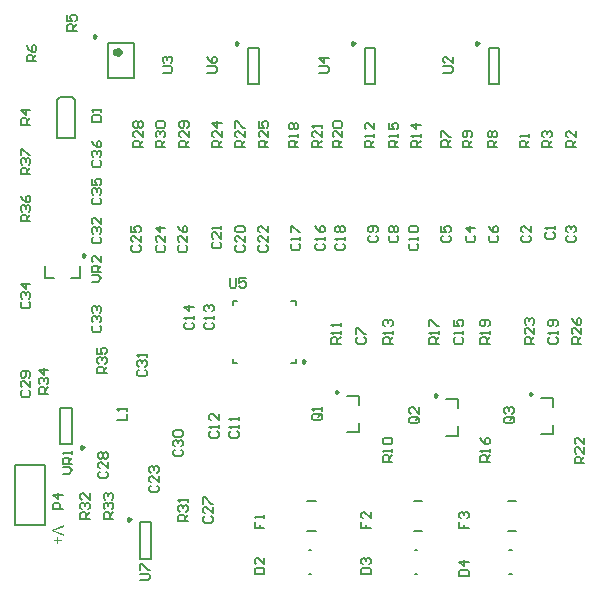
<source format=gto>
G04 Layer_Color=65535*
%FSLAX25Y25*%
%MOIN*%
G70*
G01*
G75*
%ADD34C,0.00600*%
%ADD46C,0.00984*%
%ADD47C,0.01575*%
%ADD48C,0.00394*%
%ADD49C,0.00500*%
%ADD50C,0.00787*%
G36*
X-181230Y15329D02*
X-180186D01*
Y14885D01*
X-181230D01*
Y13842D01*
X-181668D01*
Y14885D01*
X-182723D01*
Y15329D01*
X-181668D01*
Y16373D01*
X-181230D01*
Y15329D01*
D02*
G37*
G36*
X-179504Y19675D02*
X-182296Y18676D01*
X-182301D01*
X-182312Y18670D01*
X-182329Y18665D01*
X-182351Y18654D01*
X-182384Y18648D01*
X-182418Y18637D01*
X-182501Y18609D01*
X-182595Y18576D01*
X-182701Y18543D01*
X-182923Y18476D01*
X-182917D01*
X-182906Y18471D01*
X-182889Y18465D01*
X-182867Y18460D01*
X-182806Y18443D01*
X-182723Y18415D01*
X-182629Y18387D01*
X-182523Y18354D01*
X-182412Y18315D01*
X-182296Y18271D01*
X-179504Y17227D01*
Y16711D01*
X-183344Y18210D01*
Y18743D01*
X-179504Y20230D01*
Y19675D01*
D02*
G37*
D34*
X-146506Y171063D02*
X-143840D01*
X-143307Y171596D01*
Y172662D01*
X-143840Y173196D01*
X-146506D01*
X-145973Y174262D02*
X-146506Y174795D01*
Y175861D01*
X-145973Y176395D01*
X-145440D01*
X-144907Y175861D01*
Y175328D01*
Y175861D01*
X-144373Y176395D01*
X-143840D01*
X-143307Y175861D01*
Y174795D01*
X-143840Y174262D01*
X-18414Y117834D02*
X-18947Y117301D01*
Y116235D01*
X-18414Y115701D01*
X-16281D01*
X-15748Y116235D01*
Y117301D01*
X-16281Y117834D01*
X-15748Y118901D02*
Y119967D01*
Y119434D01*
X-18947D01*
X-18414Y118901D01*
X-26485Y116768D02*
X-27018Y116235D01*
Y115168D01*
X-26485Y114635D01*
X-24352D01*
X-23819Y115168D01*
Y116235D01*
X-24352Y116768D01*
X-23819Y119967D02*
Y117834D01*
X-25951Y119967D01*
X-26485D01*
X-27018Y119434D01*
Y118367D01*
X-26485Y117834D01*
X-11462Y116768D02*
X-11995Y116235D01*
Y115168D01*
X-11462Y114635D01*
X-9329D01*
X-8796Y115168D01*
Y116235D01*
X-9329Y116768D01*
X-11462Y117834D02*
X-11995Y118367D01*
Y119434D01*
X-11462Y119967D01*
X-10929D01*
X-10396Y119434D01*
Y118901D01*
Y119434D01*
X-9863Y119967D01*
X-9329D01*
X-8796Y119434D01*
Y118367D01*
X-9329Y117834D01*
X-44989Y116768D02*
X-45522Y116235D01*
Y115168D01*
X-44989Y114635D01*
X-42856D01*
X-42323Y115168D01*
Y116235D01*
X-42856Y116768D01*
X-42323Y119434D02*
X-45522D01*
X-43922Y117834D01*
Y119967D01*
X-53092Y116768D02*
X-53625Y116235D01*
Y115168D01*
X-53092Y114635D01*
X-50959D01*
X-50426Y115168D01*
Y116235D01*
X-50959Y116768D01*
X-53625Y119967D02*
Y117834D01*
X-52026D01*
X-52559Y118901D01*
Y119434D01*
X-52026Y119967D01*
X-50959D01*
X-50426Y119434D01*
Y118367D01*
X-50959Y117834D01*
X-37312Y116768D02*
X-37845Y116235D01*
Y115168D01*
X-37312Y114635D01*
X-35179D01*
X-34646Y115168D01*
Y116235D01*
X-35179Y116768D01*
X-37845Y119967D02*
X-37312Y118901D01*
X-36245Y117834D01*
X-35179D01*
X-34646Y118367D01*
Y119434D01*
X-35179Y119967D01*
X-35712D01*
X-36245Y119434D01*
Y117834D01*
X-70579Y116768D02*
X-71112Y116235D01*
Y115168D01*
X-70579Y114635D01*
X-68447D01*
X-67913Y115168D01*
Y116235D01*
X-68447Y116768D01*
X-70579Y117834D02*
X-71112Y118367D01*
Y119434D01*
X-70579Y119967D01*
X-70046D01*
X-69513Y119434D01*
X-68980Y119967D01*
X-68447D01*
X-67913Y119434D01*
Y118367D01*
X-68447Y117834D01*
X-68980D01*
X-69513Y118367D01*
X-70046Y117834D01*
X-70579D01*
X-69513Y118367D02*
Y119434D01*
X-77469Y116768D02*
X-78002Y116235D01*
Y115168D01*
X-77469Y114635D01*
X-75336D01*
X-74803Y115168D01*
Y116235D01*
X-75336Y116768D01*
Y117834D02*
X-74803Y118367D01*
Y119434D01*
X-75336Y119967D01*
X-77469D01*
X-78002Y119434D01*
Y118367D01*
X-77469Y117834D01*
X-76936D01*
X-76403Y118367D01*
Y119967D01*
X-63886Y114102D02*
X-64419Y113569D01*
Y112503D01*
X-63886Y111969D01*
X-61754D01*
X-61221Y112503D01*
Y113569D01*
X-61754Y114102D01*
X-61221Y115168D02*
Y116235D01*
Y115701D01*
X-64419D01*
X-63886Y115168D01*
Y117834D02*
X-64419Y118367D01*
Y119434D01*
X-63886Y119967D01*
X-61754D01*
X-61221Y119434D01*
Y118367D01*
X-61754Y117834D01*
X-63886D01*
X-123806Y51454D02*
X-124339Y50921D01*
Y49855D01*
X-123806Y49321D01*
X-121673D01*
X-121140Y49855D01*
Y50921D01*
X-121673Y51454D01*
X-121140Y52520D02*
Y53587D01*
Y53054D01*
X-124339D01*
X-123806Y52520D01*
X-121140Y55186D02*
Y56252D01*
Y55719D01*
X-124339D01*
X-123806Y55186D01*
X-132193Y87763D02*
X-132727Y87229D01*
Y86163D01*
X-132193Y85630D01*
X-130061D01*
X-129528Y86163D01*
Y87229D01*
X-130061Y87763D01*
X-129528Y88829D02*
Y89895D01*
Y89362D01*
X-132727D01*
X-132193Y88829D01*
Y91495D02*
X-132727Y92028D01*
Y93094D01*
X-132193Y93627D01*
X-131660D01*
X-131127Y93094D01*
Y92561D01*
Y93094D01*
X-130594Y93627D01*
X-130061D01*
X-129528Y93094D01*
Y92028D01*
X-130061Y91495D01*
X-138689Y87763D02*
X-139223Y87229D01*
Y86163D01*
X-138689Y85630D01*
X-136557D01*
X-136024Y86163D01*
Y87229D01*
X-136557Y87763D01*
X-136024Y88829D02*
Y89895D01*
Y89362D01*
X-139223D01*
X-138689Y88829D01*
X-136024Y93094D02*
X-139223D01*
X-137623Y91495D01*
Y93627D01*
X-95186Y114102D02*
X-95719Y113569D01*
Y112503D01*
X-95186Y111969D01*
X-93053D01*
X-92520Y112503D01*
Y113569D01*
X-93053Y114102D01*
X-92520Y115168D02*
Y116235D01*
Y115701D01*
X-95719D01*
X-95186Y115168D01*
X-95719Y119967D02*
X-95186Y118901D01*
X-94119Y117834D01*
X-93053D01*
X-92520Y118367D01*
Y119434D01*
X-93053Y119967D01*
X-93586D01*
X-94119Y119434D01*
Y117834D01*
X-103256Y114102D02*
X-103789Y113569D01*
Y112503D01*
X-103256Y111969D01*
X-101124D01*
X-100591Y112503D01*
Y113569D01*
X-101124Y114102D01*
X-100591Y115168D02*
Y116235D01*
Y115701D01*
X-103789D01*
X-103256Y115168D01*
X-103789Y117834D02*
Y119967D01*
X-103256D01*
X-101124Y117834D01*
X-100591D01*
X-88493Y114102D02*
X-89026Y113569D01*
Y112503D01*
X-88493Y111969D01*
X-86360D01*
X-85827Y112503D01*
Y113569D01*
X-86360Y114102D01*
X-85827Y115168D02*
Y116235D01*
Y115701D01*
X-89026D01*
X-88493Y115168D01*
Y117834D02*
X-89026Y118367D01*
Y119434D01*
X-88493Y119967D01*
X-87959D01*
X-87426Y119434D01*
X-86893Y119967D01*
X-86360D01*
X-85827Y119434D01*
Y118367D01*
X-86360Y117834D01*
X-86893D01*
X-87426Y118367D01*
X-87959Y117834D01*
X-88493D01*
X-87426Y118367D02*
Y119434D01*
X-121760Y113569D02*
X-122293Y113036D01*
Y111969D01*
X-121760Y111436D01*
X-119628D01*
X-119095Y111969D01*
Y113036D01*
X-119628Y113569D01*
X-119095Y116768D02*
Y114635D01*
X-121227Y116768D01*
X-121760D01*
X-122293Y116235D01*
Y115168D01*
X-121760Y114635D01*
Y117834D02*
X-122293Y118367D01*
Y119434D01*
X-121760Y119967D01*
X-119628D01*
X-119095Y119434D01*
Y118367D01*
X-119628Y117834D01*
X-121760D01*
X-129572Y114635D02*
X-130105Y114102D01*
Y113036D01*
X-129572Y112503D01*
X-127440D01*
X-126907Y113036D01*
Y114102D01*
X-127440Y114635D01*
X-126907Y117834D02*
Y115701D01*
X-129039Y117834D01*
X-129572D01*
X-130105Y117301D01*
Y116235D01*
X-129572Y115701D01*
X-126907Y118901D02*
Y119967D01*
Y119434D01*
X-130105D01*
X-129572Y118901D01*
X-114083Y113569D02*
X-114616Y113036D01*
Y111969D01*
X-114083Y111436D01*
X-111951D01*
X-111417Y111969D01*
Y113036D01*
X-111951Y113569D01*
X-111417Y116768D02*
Y114635D01*
X-113550Y116768D01*
X-114083D01*
X-114616Y116235D01*
Y115168D01*
X-114083Y114635D01*
X-111417Y119967D02*
Y117834D01*
X-113550Y119967D01*
X-114083D01*
X-114616Y119434D01*
Y118367D01*
X-114083Y117834D01*
X-150501Y33432D02*
X-151034Y32899D01*
Y31832D01*
X-150501Y31299D01*
X-148368D01*
X-147835Y31832D01*
Y32899D01*
X-148368Y33432D01*
X-147835Y36631D02*
Y34498D01*
X-149967Y36631D01*
X-150501D01*
X-151034Y36098D01*
Y35031D01*
X-150501Y34498D01*
Y37697D02*
X-151034Y38230D01*
Y39297D01*
X-150501Y39830D01*
X-149967D01*
X-149434Y39297D01*
Y38763D01*
Y39297D01*
X-148901Y39830D01*
X-148368D01*
X-147835Y39297D01*
Y38230D01*
X-148368Y37697D01*
X-148335Y113569D02*
X-148868Y113036D01*
Y111969D01*
X-148335Y111436D01*
X-146202D01*
X-145669Y111969D01*
Y113036D01*
X-146202Y113569D01*
X-145669Y116768D02*
Y114635D01*
X-147802Y116768D01*
X-148335D01*
X-148868Y116235D01*
Y115168D01*
X-148335Y114635D01*
X-145669Y119434D02*
X-148868D01*
X-147269Y117834D01*
Y119967D01*
X-156406Y113569D02*
X-156939Y113036D01*
Y111969D01*
X-156406Y111436D01*
X-154273D01*
X-153740Y111969D01*
Y113036D01*
X-154273Y113569D01*
X-153740Y116768D02*
Y114635D01*
X-155873Y116768D01*
X-156406D01*
X-156939Y116235D01*
Y115168D01*
X-156406Y114635D01*
X-156939Y119967D02*
Y117834D01*
X-155340D01*
X-155873Y118901D01*
Y119434D01*
X-155340Y119967D01*
X-154273D01*
X-153740Y119434D01*
Y118367D01*
X-154273Y117834D01*
X-140893Y113569D02*
X-141426Y113036D01*
Y111969D01*
X-140893Y111436D01*
X-138760D01*
X-138227Y111969D01*
Y113036D01*
X-138760Y113569D01*
X-138227Y116768D02*
Y114635D01*
X-140360Y116768D01*
X-140893D01*
X-141426Y116235D01*
Y115168D01*
X-140893Y114635D01*
X-141426Y119967D02*
X-140893Y118901D01*
X-139827Y117834D01*
X-138760D01*
X-138227Y118367D01*
Y119434D01*
X-138760Y119967D01*
X-139294D01*
X-139827Y119434D01*
Y117834D01*
X-132489Y23155D02*
X-133022Y22621D01*
Y21555D01*
X-132489Y21022D01*
X-130356D01*
X-129823Y21555D01*
Y22621D01*
X-130356Y23155D01*
X-129823Y26354D02*
Y24221D01*
X-131956Y26354D01*
X-132489D01*
X-133022Y25820D01*
Y24754D01*
X-132489Y24221D01*
X-133022Y27420D02*
Y29553D01*
X-132489D01*
X-130356Y27420D01*
X-129823D01*
X-167430Y38050D02*
X-167963Y37517D01*
Y36450D01*
X-167430Y35917D01*
X-165297D01*
X-164764Y36450D01*
Y37517D01*
X-165297Y38050D01*
X-164764Y41249D02*
Y39116D01*
X-166896Y41249D01*
X-167430D01*
X-167963Y40716D01*
Y39650D01*
X-167430Y39116D01*
Y42315D02*
X-167963Y42848D01*
Y43915D01*
X-167430Y44448D01*
X-166896D01*
X-166363Y43915D01*
X-165830Y44448D01*
X-165297D01*
X-164764Y43915D01*
Y42848D01*
X-165297Y42315D01*
X-165830D01*
X-166363Y42848D01*
X-166896Y42315D01*
X-167430D01*
X-166363Y42848D02*
Y43915D01*
X-142430Y45440D02*
X-142963Y44907D01*
Y43840D01*
X-142430Y43307D01*
X-140297D01*
X-139764Y43840D01*
Y44907D01*
X-140297Y45440D01*
X-142430Y46506D02*
X-142963Y47039D01*
Y48105D01*
X-142430Y48639D01*
X-141896D01*
X-141363Y48105D01*
Y47572D01*
Y48105D01*
X-140830Y48639D01*
X-140297D01*
X-139764Y48105D01*
Y47039D01*
X-140297Y46506D01*
X-142430Y49705D02*
X-142963Y50238D01*
Y51305D01*
X-142430Y51838D01*
X-140297D01*
X-139764Y51305D01*
Y50238D01*
X-140297Y49705D01*
X-142430D01*
X-154437Y72014D02*
X-154971Y71481D01*
Y70415D01*
X-154437Y69882D01*
X-152305D01*
X-151772Y70415D01*
Y71481D01*
X-152305Y72014D01*
X-154437Y73081D02*
X-154971Y73614D01*
Y74680D01*
X-154437Y75213D01*
X-153904D01*
X-153371Y74680D01*
Y74147D01*
Y74680D01*
X-152838Y75213D01*
X-152305D01*
X-151772Y74680D01*
Y73614D01*
X-152305Y73081D01*
X-151772Y76280D02*
Y77346D01*
Y76813D01*
X-154971D01*
X-154437Y76280D01*
X-169595Y116306D02*
X-170128Y115773D01*
Y114706D01*
X-169595Y114173D01*
X-167462D01*
X-166929Y114706D01*
Y115773D01*
X-167462Y116306D01*
X-169595Y117372D02*
X-170128Y117905D01*
Y118972D01*
X-169595Y119505D01*
X-169062D01*
X-168529Y118972D01*
Y118438D01*
Y118972D01*
X-167996Y119505D01*
X-167462D01*
X-166929Y118972D01*
Y117905D01*
X-167462Y117372D01*
X-166929Y122704D02*
Y120571D01*
X-169062Y122704D01*
X-169595D01*
X-170128Y122171D01*
Y121104D01*
X-169595Y120571D01*
Y86757D02*
X-170128Y86224D01*
Y85157D01*
X-169595Y84624D01*
X-167462D01*
X-166929Y85157D01*
Y86224D01*
X-167462Y86757D01*
X-169595Y87823D02*
X-170128Y88356D01*
Y89423D01*
X-169595Y89956D01*
X-169062D01*
X-168529Y89423D01*
Y88889D01*
Y89423D01*
X-167996Y89956D01*
X-167462D01*
X-166929Y89423D01*
Y88356D01*
X-167462Y87823D01*
X-169595Y91022D02*
X-170128Y91555D01*
Y92621D01*
X-169595Y93155D01*
X-169062D01*
X-168529Y92621D01*
Y92088D01*
Y92621D01*
X-167996Y93155D01*
X-167462D01*
X-166929Y92621D01*
Y91555D01*
X-167462Y91022D01*
X-193217Y94652D02*
X-193750Y94119D01*
Y93053D01*
X-193217Y92520D01*
X-191084D01*
X-190551Y93053D01*
Y94119D01*
X-191084Y94652D01*
X-193217Y95719D02*
X-193750Y96252D01*
Y97318D01*
X-193217Y97851D01*
X-192684D01*
X-192151Y97318D01*
Y96785D01*
Y97318D01*
X-191618Y97851D01*
X-191084D01*
X-190551Y97318D01*
Y96252D01*
X-191084Y95719D01*
X-190551Y100517D02*
X-193750D01*
X-192151Y98918D01*
Y101050D01*
X-169595Y129257D02*
X-170128Y128724D01*
Y127658D01*
X-169595Y127124D01*
X-167462D01*
X-166929Y127658D01*
Y128724D01*
X-167462Y129257D01*
X-169595Y130323D02*
X-170128Y130857D01*
Y131923D01*
X-169595Y132456D01*
X-169062D01*
X-168529Y131923D01*
Y131390D01*
Y131923D01*
X-167996Y132456D01*
X-167462D01*
X-166929Y131923D01*
Y130857D01*
X-167462Y130323D01*
X-170128Y135655D02*
Y133522D01*
X-168529D01*
X-169062Y134589D01*
Y135122D01*
X-168529Y135655D01*
X-167462D01*
X-166929Y135122D01*
Y134055D01*
X-167462Y133522D01*
X-169595Y141896D02*
X-170128Y141363D01*
Y140297D01*
X-169595Y139764D01*
X-167462D01*
X-166929Y140297D01*
Y141363D01*
X-167462Y141896D01*
X-169595Y142963D02*
X-170128Y143496D01*
Y144562D01*
X-169595Y145095D01*
X-169062D01*
X-168529Y144562D01*
Y144029D01*
Y144562D01*
X-167996Y145095D01*
X-167462D01*
X-166929Y144562D01*
Y143496D01*
X-167462Y142963D01*
X-170128Y148294D02*
X-169595Y147228D01*
X-168529Y146162D01*
X-167462D01*
X-166929Y146695D01*
Y147761D01*
X-167462Y148294D01*
X-167996D01*
X-168529Y147761D01*
Y146162D01*
X-170128Y154724D02*
X-166929D01*
Y156324D01*
X-167462Y156857D01*
X-169595D01*
X-170128Y156324D01*
Y154724D01*
X-166929Y157923D02*
Y158990D01*
Y158457D01*
X-170128D01*
X-169595Y157923D01*
X-115797Y3937D02*
X-112598D01*
Y5536D01*
X-113132Y6070D01*
X-115264D01*
X-115797Y5536D01*
Y3937D01*
X-112598Y9269D02*
Y7136D01*
X-114731Y9269D01*
X-115264D01*
X-115797Y8736D01*
Y7669D01*
X-115264Y7136D01*
X-80364Y3937D02*
X-77165D01*
Y5536D01*
X-77698Y6070D01*
X-79831D01*
X-80364Y5536D01*
Y3937D01*
X-79831Y7136D02*
X-80364Y7669D01*
Y8736D01*
X-79831Y9269D01*
X-79298D01*
X-78765Y8736D01*
Y8202D01*
Y8736D01*
X-78232Y9269D01*
X-77698D01*
X-77165Y8736D01*
Y7669D01*
X-77698Y7136D01*
X-47687Y3265D02*
X-44488D01*
Y4864D01*
X-45021Y5397D01*
X-47154D01*
X-47687Y4864D01*
Y3265D01*
X-44488Y8063D02*
X-47687D01*
X-46088Y6464D01*
Y8596D01*
X-115797Y21424D02*
Y19291D01*
X-114198D01*
Y20358D01*
Y19291D01*
X-112598D01*
Y22490D02*
Y23557D01*
Y23023D01*
X-115797D01*
X-115264Y22490D01*
X-80364Y21424D02*
Y19291D01*
X-78765D01*
Y20358D01*
Y19291D01*
X-77165D01*
Y24623D02*
Y22490D01*
X-79298Y24623D01*
X-79831D01*
X-80364Y24090D01*
Y23023D01*
X-79831Y22490D01*
X-47687Y21424D02*
Y19291D01*
X-46088D01*
Y20358D01*
Y19291D01*
X-44488D01*
X-47154Y22490D02*
X-47687Y23023D01*
Y24090D01*
X-47154Y24623D01*
X-46621D01*
X-46088Y24090D01*
Y23557D01*
Y24090D01*
X-45555Y24623D01*
X-45021D01*
X-44488Y24090D01*
Y23023D01*
X-45021Y22490D01*
X-161663Y55118D02*
X-158465D01*
Y57251D01*
Y58317D02*
Y59383D01*
Y58850D01*
X-161663D01*
X-161130Y58317D01*
X-179724Y25591D02*
X-182923D01*
Y27190D01*
X-182390Y27723D01*
X-181324D01*
X-180791Y27190D01*
Y25591D01*
X-179724Y30389D02*
X-182923D01*
X-181324Y28789D01*
Y30922D01*
X-94037Y57333D02*
X-96170D01*
X-96703Y56800D01*
Y55733D01*
X-96170Y55200D01*
X-94037D01*
X-93504Y55733D01*
Y56800D01*
X-94570Y56266D02*
X-93504Y57333D01*
Y56800D02*
X-94037Y57333D01*
X-93504Y58399D02*
Y59465D01*
Y58932D01*
X-96703D01*
X-96170Y58399D01*
X-61557Y56266D02*
X-63689D01*
X-64223Y55733D01*
Y54667D01*
X-63689Y54134D01*
X-61557D01*
X-61024Y54667D01*
Y55733D01*
X-62090Y55200D02*
X-61024Y56266D01*
Y55733D02*
X-61557Y56266D01*
X-61024Y59465D02*
Y57333D01*
X-63156Y59465D01*
X-63689D01*
X-64223Y58932D01*
Y57866D01*
X-63689Y57333D01*
X-30061Y56266D02*
X-32193D01*
X-32726Y55733D01*
Y54667D01*
X-32193Y54134D01*
X-30061D01*
X-29528Y54667D01*
Y55733D01*
X-30594Y55200D02*
X-29528Y56266D01*
Y55733D02*
X-30061Y56266D01*
X-32193Y57333D02*
X-32726Y57866D01*
Y58932D01*
X-32193Y59465D01*
X-31660D01*
X-31127Y58932D01*
Y58399D01*
Y58932D01*
X-30594Y59465D01*
X-30061D01*
X-29528Y58932D01*
Y57866D01*
X-30061Y57333D01*
X-24286Y146296D02*
X-27485D01*
Y147896D01*
X-26952Y148429D01*
X-25886D01*
X-25353Y147896D01*
Y146296D01*
Y147363D02*
X-24286Y148429D01*
Y149495D02*
Y150562D01*
Y150028D01*
X-27485D01*
X-26952Y149495D01*
X-8786Y146296D02*
X-11985D01*
Y147896D01*
X-11452Y148429D01*
X-10386D01*
X-9853Y147896D01*
Y146296D01*
Y147363D02*
X-8786Y148429D01*
Y151628D02*
Y149495D01*
X-10919Y151628D01*
X-11452D01*
X-11985Y151095D01*
Y150028D01*
X-11452Y149495D01*
X-16732Y146296D02*
X-19931D01*
Y147896D01*
X-19398Y148429D01*
X-18332D01*
X-17799Y147896D01*
Y146296D01*
Y147363D02*
X-16732Y148429D01*
X-19398Y149495D02*
X-19931Y150028D01*
Y151095D01*
X-19398Y151628D01*
X-18865D01*
X-18332Y151095D01*
Y150562D01*
Y151095D01*
X-17799Y151628D01*
X-17266D01*
X-16732Y151095D01*
Y150028D01*
X-17266Y149495D01*
X-190551Y153740D02*
X-193750D01*
Y155340D01*
X-193217Y155873D01*
X-192151D01*
X-191618Y155340D01*
Y153740D01*
Y154806D02*
X-190551Y155873D01*
Y158539D02*
X-193750D01*
X-192151Y156939D01*
Y159072D01*
X-175197Y185039D02*
X-178396D01*
Y186639D01*
X-177863Y187172D01*
X-176796D01*
X-176263Y186639D01*
Y185039D01*
Y186106D02*
X-175197Y187172D01*
X-178396Y190371D02*
Y188238D01*
X-176796D01*
X-177330Y189305D01*
Y189838D01*
X-176796Y190371D01*
X-175730D01*
X-175197Y189838D01*
Y188771D01*
X-175730Y188238D01*
X-188583Y174803D02*
X-191782D01*
Y176403D01*
X-191249Y176936D01*
X-190182D01*
X-189649Y176403D01*
Y174803D01*
Y175870D02*
X-188583Y176936D01*
X-191782Y180135D02*
X-191249Y179068D01*
X-190182Y178002D01*
X-189116D01*
X-188583Y178535D01*
Y179602D01*
X-189116Y180135D01*
X-189649D01*
X-190182Y179602D01*
Y178002D01*
X-50401Y146424D02*
X-53600D01*
Y148024D01*
X-53067Y148557D01*
X-52000D01*
X-51467Y148024D01*
Y146424D01*
Y147491D02*
X-50401Y148557D01*
X-53600Y149623D02*
Y151756D01*
X-53067D01*
X-50934Y149623D01*
X-50401D01*
X-34944Y146296D02*
X-38143D01*
Y147896D01*
X-37610Y148429D01*
X-36543D01*
X-36010Y147896D01*
Y146296D01*
Y147363D02*
X-34944Y148429D01*
X-37610Y149495D02*
X-38143Y150028D01*
Y151095D01*
X-37610Y151628D01*
X-37077D01*
X-36543Y151095D01*
X-36010Y151628D01*
X-35477D01*
X-34944Y151095D01*
Y150028D01*
X-35477Y149495D01*
X-36010D01*
X-36543Y150028D01*
X-37077Y149495D01*
X-37610D01*
X-36543Y150028D02*
Y151095D01*
X-43307Y146296D02*
X-46506D01*
Y147896D01*
X-45973Y148429D01*
X-44907D01*
X-44373Y147896D01*
Y146296D01*
Y147363D02*
X-43307Y148429D01*
X-43840Y149495D02*
X-43307Y150028D01*
Y151095D01*
X-43840Y151628D01*
X-45973D01*
X-46506Y151095D01*
Y150028D01*
X-45973Y149495D01*
X-45440D01*
X-44907Y150028D01*
Y151628D01*
X-69882Y41339D02*
X-73081D01*
Y42938D01*
X-72548Y43471D01*
X-71481D01*
X-70948Y42938D01*
Y41339D01*
Y42405D02*
X-69882Y43471D01*
Y44537D02*
Y45604D01*
Y45071D01*
X-73081D01*
X-72548Y44537D01*
Y47203D02*
X-73081Y47736D01*
Y48803D01*
X-72548Y49336D01*
X-70415D01*
X-69882Y48803D01*
Y47736D01*
X-70415Y47203D01*
X-72548D01*
X-87205Y80709D02*
X-90404D01*
Y82308D01*
X-89871Y82841D01*
X-88804D01*
X-88271Y82308D01*
Y80709D01*
Y81775D02*
X-87205Y82841D01*
Y83908D02*
Y84974D01*
Y84441D01*
X-90404D01*
X-89871Y83908D01*
X-87205Y86573D02*
Y87640D01*
Y87107D01*
X-90404D01*
X-89871Y86573D01*
X-76001Y146296D02*
X-79200D01*
Y147896D01*
X-78667Y148429D01*
X-77600D01*
X-77067Y147896D01*
Y146296D01*
Y147363D02*
X-76001Y148429D01*
Y149495D02*
Y150562D01*
Y150028D01*
X-79200D01*
X-78667Y149495D01*
X-76001Y154294D02*
Y152161D01*
X-78133Y154294D01*
X-78667D01*
X-79200Y153761D01*
Y152694D01*
X-78667Y152161D01*
X-69727Y80709D02*
X-72926D01*
Y82308D01*
X-72393Y82841D01*
X-71327D01*
X-70794Y82308D01*
Y80709D01*
Y81775D02*
X-69727Y82841D01*
Y83908D02*
Y84974D01*
Y84441D01*
X-72926D01*
X-72393Y83908D01*
Y86573D02*
X-72926Y87107D01*
Y88173D01*
X-72393Y88706D01*
X-71860D01*
X-71327Y88173D01*
Y87640D01*
Y88173D01*
X-70794Y88706D01*
X-70261D01*
X-69727Y88173D01*
Y87107D01*
X-70261Y86573D01*
X-60507Y146296D02*
X-63706D01*
Y147896D01*
X-63173Y148429D01*
X-62106D01*
X-61573Y147896D01*
Y146296D01*
Y147363D02*
X-60507Y148429D01*
Y149495D02*
Y150562D01*
Y150028D01*
X-63706D01*
X-63173Y149495D01*
X-60507Y153761D02*
X-63706D01*
X-62106Y152161D01*
Y154294D01*
X-67913Y146296D02*
X-71112D01*
Y147896D01*
X-70579Y148429D01*
X-69513D01*
X-68980Y147896D01*
Y146296D01*
Y147363D02*
X-67913Y148429D01*
Y149495D02*
Y150562D01*
Y150028D01*
X-71112D01*
X-70579Y149495D01*
X-71112Y154294D02*
Y152161D01*
X-69513D01*
X-70046Y153227D01*
Y153761D01*
X-69513Y154294D01*
X-68447D01*
X-67913Y153761D01*
Y152694D01*
X-68447Y152161D01*
X-37402Y41339D02*
X-40600D01*
Y42938D01*
X-40067Y43471D01*
X-39001D01*
X-38468Y42938D01*
Y41339D01*
Y42405D02*
X-37402Y43471D01*
Y44537D02*
Y45604D01*
Y45071D01*
X-40600D01*
X-40067Y44537D01*
X-40600Y49336D02*
X-40067Y48270D01*
X-39001Y47203D01*
X-37935D01*
X-37402Y47736D01*
Y48803D01*
X-37935Y49336D01*
X-38468D01*
X-39001Y48803D01*
Y47203D01*
X-54429Y80709D02*
X-57628D01*
Y82308D01*
X-57095Y82841D01*
X-56029D01*
X-55496Y82308D01*
Y80709D01*
Y81775D02*
X-54429Y82841D01*
Y83908D02*
Y84974D01*
Y84441D01*
X-57628D01*
X-57095Y83908D01*
X-57628Y86573D02*
Y88706D01*
X-57095D01*
X-54962Y86573D01*
X-54429D01*
X-101267Y146296D02*
X-104466D01*
Y147896D01*
X-103932Y148429D01*
X-102866D01*
X-102333Y147896D01*
Y146296D01*
Y147363D02*
X-101267Y148429D01*
Y149495D02*
Y150562D01*
Y150028D01*
X-104466D01*
X-103932Y149495D01*
Y152161D02*
X-104466Y152694D01*
Y153761D01*
X-103932Y154294D01*
X-103399D01*
X-102866Y153761D01*
X-102333Y154294D01*
X-101800D01*
X-101267Y153761D01*
Y152694D01*
X-101800Y152161D01*
X-102333D01*
X-102866Y152694D01*
X-103399Y152161D01*
X-103932D01*
X-102866Y152694D02*
Y153761D01*
X-37402Y80709D02*
X-40600D01*
Y82308D01*
X-40067Y82841D01*
X-39001D01*
X-38468Y82308D01*
Y80709D01*
Y81775D02*
X-37402Y82841D01*
Y83908D02*
Y84974D01*
Y84441D01*
X-40600D01*
X-40067Y83908D01*
X-37935Y86573D02*
X-37402Y87107D01*
Y88173D01*
X-37935Y88706D01*
X-40067D01*
X-40600Y88173D01*
Y87107D01*
X-40067Y86573D01*
X-39534D01*
X-39001Y87107D01*
Y88706D01*
X-86570Y146296D02*
X-89769D01*
Y147896D01*
X-89236Y148429D01*
X-88169D01*
X-87636Y147896D01*
Y146296D01*
Y147363D02*
X-86570Y148429D01*
Y151628D02*
Y149495D01*
X-88702Y151628D01*
X-89236D01*
X-89769Y151095D01*
Y150028D01*
X-89236Y149495D01*
Y152694D02*
X-89769Y153227D01*
Y154294D01*
X-89236Y154827D01*
X-87103D01*
X-86570Y154294D01*
Y153227D01*
X-87103Y152694D01*
X-89236D01*
X-93504Y146296D02*
X-96703D01*
Y147896D01*
X-96170Y148429D01*
X-95103D01*
X-94570Y147896D01*
Y146296D01*
Y147363D02*
X-93504Y148429D01*
Y151628D02*
Y149495D01*
X-95637Y151628D01*
X-96170D01*
X-96703Y151095D01*
Y150028D01*
X-96170Y149495D01*
X-93504Y152694D02*
Y153761D01*
Y153227D01*
X-96703D01*
X-96170Y152694D01*
X-5906Y40805D02*
X-9104D01*
Y42405D01*
X-8571Y42938D01*
X-7505D01*
X-6972Y42405D01*
Y40805D01*
Y41872D02*
X-5906Y42938D01*
Y46137D02*
Y44004D01*
X-8038Y46137D01*
X-8571D01*
X-9104Y45604D01*
Y44537D01*
X-8571Y44004D01*
X-5906Y49336D02*
Y47203D01*
X-8038Y49336D01*
X-8571D01*
X-9104Y48803D01*
Y47736D01*
X-8571Y47203D01*
X-22638Y80709D02*
X-25837D01*
Y82308D01*
X-25304Y82841D01*
X-24237D01*
X-23704Y82308D01*
Y80709D01*
Y81775D02*
X-22638Y82841D01*
Y86040D02*
Y83908D01*
X-24770Y86040D01*
X-25304D01*
X-25837Y85507D01*
Y84441D01*
X-25304Y83908D01*
Y87107D02*
X-25837Y87640D01*
Y88706D01*
X-25304Y89239D01*
X-24770D01*
X-24237Y88706D01*
Y88173D01*
Y88706D01*
X-23704Y89239D01*
X-23171D01*
X-22638Y88706D01*
Y87640D01*
X-23171Y87107D01*
X-126710Y146296D02*
X-129909D01*
Y147896D01*
X-129376Y148429D01*
X-128309D01*
X-127776Y147896D01*
Y146296D01*
Y147363D02*
X-126710Y148429D01*
Y151628D02*
Y149495D01*
X-128842Y151628D01*
X-129376D01*
X-129909Y151095D01*
Y150028D01*
X-129376Y149495D01*
X-126710Y154294D02*
X-129909D01*
X-128309Y152694D01*
Y154827D01*
X-111221Y146296D02*
X-114419D01*
Y147896D01*
X-113886Y148429D01*
X-112820D01*
X-112287Y147896D01*
Y146296D01*
Y147363D02*
X-111221Y148429D01*
Y151628D02*
Y149495D01*
X-113353Y151628D01*
X-113886D01*
X-114419Y151095D01*
Y150028D01*
X-113886Y149495D01*
X-114419Y154827D02*
Y152694D01*
X-112820D01*
X-113353Y153761D01*
Y154294D01*
X-112820Y154827D01*
X-111754D01*
X-111221Y154294D01*
Y153227D01*
X-111754Y152694D01*
X-6890Y80709D02*
X-10089D01*
Y82308D01*
X-9556Y82841D01*
X-8489D01*
X-7956Y82308D01*
Y80709D01*
Y81775D02*
X-6890Y82841D01*
Y86040D02*
Y83908D01*
X-9022Y86040D01*
X-9556D01*
X-10089Y85507D01*
Y84441D01*
X-9556Y83908D01*
X-10089Y89239D02*
X-9556Y88173D01*
X-8489Y87107D01*
X-7423D01*
X-6890Y87640D01*
Y88706D01*
X-7423Y89239D01*
X-7956D01*
X-8489Y88706D01*
Y87107D01*
X-119095Y146296D02*
X-122293D01*
Y147896D01*
X-121760Y148429D01*
X-120694D01*
X-120161Y147896D01*
Y146296D01*
Y147363D02*
X-119095Y148429D01*
Y151628D02*
Y149495D01*
X-121227Y151628D01*
X-121760D01*
X-122293Y151095D01*
Y150028D01*
X-121760Y149495D01*
X-122293Y152694D02*
Y154827D01*
X-121760D01*
X-119628Y152694D01*
X-119095D01*
X-153028Y146296D02*
X-156227D01*
Y147896D01*
X-155693Y148429D01*
X-154627D01*
X-154094Y147896D01*
Y146296D01*
Y147363D02*
X-153028Y148429D01*
Y151628D02*
Y149495D01*
X-155160Y151628D01*
X-155693D01*
X-156227Y151095D01*
Y150028D01*
X-155693Y149495D01*
Y152694D02*
X-156227Y153227D01*
Y154294D01*
X-155693Y154827D01*
X-155160D01*
X-154627Y154294D01*
X-154094Y154827D01*
X-153561D01*
X-153028Y154294D01*
Y153227D01*
X-153561Y152694D01*
X-154094D01*
X-154627Y153227D01*
X-155160Y152694D01*
X-155693D01*
X-154627Y153227D02*
Y154294D01*
X-137727Y146296D02*
X-140926D01*
Y147896D01*
X-140393Y148429D01*
X-139327D01*
X-138794Y147896D01*
Y146296D01*
Y147363D02*
X-137727Y148429D01*
Y151628D02*
Y149495D01*
X-139860Y151628D01*
X-140393D01*
X-140926Y151095D01*
Y150028D01*
X-140393Y149495D01*
X-138260Y152694D02*
X-137727Y153227D01*
Y154294D01*
X-138260Y154827D01*
X-140393D01*
X-140926Y154294D01*
Y153227D01*
X-140393Y152694D01*
X-139860D01*
X-139327Y153227D01*
Y154827D01*
X-145669Y146296D02*
X-148868D01*
Y147896D01*
X-148335Y148429D01*
X-147269D01*
X-146736Y147896D01*
Y146296D01*
Y147363D02*
X-145669Y148429D01*
X-148335Y149495D02*
X-148868Y150028D01*
Y151095D01*
X-148335Y151628D01*
X-147802D01*
X-147269Y151095D01*
Y150562D01*
Y151095D01*
X-146736Y151628D01*
X-146202D01*
X-145669Y151095D01*
Y150028D01*
X-146202Y149495D01*
X-148335Y152694D02*
X-148868Y153227D01*
Y154294D01*
X-148335Y154827D01*
X-146202D01*
X-145669Y154294D01*
Y153227D01*
X-146202Y152694D01*
X-148335D01*
X-138091Y21555D02*
X-141289D01*
Y23155D01*
X-140756Y23688D01*
X-139690D01*
X-139157Y23155D01*
Y21555D01*
Y22621D02*
X-138091Y23688D01*
X-140756Y24754D02*
X-141289Y25287D01*
Y26354D01*
X-140756Y26887D01*
X-140223D01*
X-139690Y26354D01*
Y25820D01*
Y26354D01*
X-139157Y26887D01*
X-138624D01*
X-138091Y26354D01*
Y25287D01*
X-138624Y24754D01*
X-138091Y27953D02*
Y29019D01*
Y28486D01*
X-141289D01*
X-140756Y27953D01*
X-170866Y22343D02*
X-174065D01*
Y23942D01*
X-173532Y24475D01*
X-172466D01*
X-171932Y23942D01*
Y22343D01*
Y23409D02*
X-170866Y24475D01*
X-173532Y25541D02*
X-174065Y26075D01*
Y27141D01*
X-173532Y27674D01*
X-172999D01*
X-172466Y27141D01*
Y26608D01*
Y27141D01*
X-171932Y27674D01*
X-171399D01*
X-170866Y27141D01*
Y26075D01*
X-171399Y25541D01*
X-170866Y30873D02*
Y28741D01*
X-172999Y30873D01*
X-173532D01*
X-174065Y30340D01*
Y29274D01*
X-173532Y28741D01*
X-162992Y22343D02*
X-166191D01*
Y23942D01*
X-165658Y24475D01*
X-164592D01*
X-164058Y23942D01*
Y22343D01*
Y23409D02*
X-162992Y24475D01*
X-165658Y25541D02*
X-166191Y26075D01*
Y27141D01*
X-165658Y27674D01*
X-165125D01*
X-164592Y27141D01*
Y26608D01*
Y27141D01*
X-164058Y27674D01*
X-163525D01*
X-162992Y27141D01*
Y26075D01*
X-163525Y25541D01*
X-165658Y28741D02*
X-166191Y29274D01*
Y30340D01*
X-165658Y30873D01*
X-165125D01*
X-164592Y30340D01*
Y29807D01*
Y30340D01*
X-164058Y30873D01*
X-163525D01*
X-162992Y30340D01*
Y29274D01*
X-163525Y28741D01*
X-184595Y63976D02*
X-187794D01*
Y65576D01*
X-187260Y66109D01*
X-186194D01*
X-185661Y65576D01*
Y63976D01*
Y65043D02*
X-184595Y66109D01*
X-187260Y67175D02*
X-187794Y67708D01*
Y68775D01*
X-187260Y69308D01*
X-186727D01*
X-186194Y68775D01*
Y68242D01*
Y68775D01*
X-185661Y69308D01*
X-185128D01*
X-184595Y68775D01*
Y67708D01*
X-185128Y67175D01*
X-184595Y71974D02*
X-187794D01*
X-186194Y70374D01*
Y72507D01*
X-165047Y70866D02*
X-168246D01*
Y72466D01*
X-167713Y72999D01*
X-166647D01*
X-166114Y72466D01*
Y70866D01*
Y71933D02*
X-165047Y72999D01*
X-167713Y74065D02*
X-168246Y74598D01*
Y75665D01*
X-167713Y76198D01*
X-167180D01*
X-166647Y75665D01*
Y75131D01*
Y75665D01*
X-166114Y76198D01*
X-165580D01*
X-165047Y75665D01*
Y74598D01*
X-165580Y74065D01*
X-168246Y79397D02*
Y77264D01*
X-166647D01*
X-167180Y78330D01*
Y78864D01*
X-166647Y79397D01*
X-165580D01*
X-165047Y78864D01*
Y77797D01*
X-165580Y77264D01*
X-190571Y121488D02*
X-193770D01*
Y123088D01*
X-193237Y123621D01*
X-192170D01*
X-191637Y123088D01*
Y121488D01*
Y122555D02*
X-190571Y123621D01*
X-193237Y124687D02*
X-193770Y125220D01*
Y126287D01*
X-193237Y126820D01*
X-192703D01*
X-192170Y126287D01*
Y125753D01*
Y126287D01*
X-191637Y126820D01*
X-191104D01*
X-190571Y126287D01*
Y125220D01*
X-191104Y124687D01*
X-193770Y130019D02*
X-193237Y128953D01*
X-192170Y127886D01*
X-191104D01*
X-190571Y128419D01*
Y129486D01*
X-191104Y130019D01*
X-191637D01*
X-192170Y129486D01*
Y127886D01*
X-190551Y137111D02*
X-193750D01*
Y138711D01*
X-193217Y139244D01*
X-192151D01*
X-191618Y138711D01*
Y137111D01*
Y138178D02*
X-190551Y139244D01*
X-193217Y140310D02*
X-193750Y140843D01*
Y141910D01*
X-193217Y142443D01*
X-192684D01*
X-192151Y141910D01*
Y141376D01*
Y141910D01*
X-191618Y142443D01*
X-191084D01*
X-190551Y141910D01*
Y140843D01*
X-191084Y140310D01*
X-193750Y143509D02*
Y145642D01*
X-193217D01*
X-191084Y143509D01*
X-190551D01*
X-53002Y171063D02*
X-50336D01*
X-49803Y171596D01*
Y172662D01*
X-50336Y173196D01*
X-53002D01*
X-49803Y176395D02*
Y174262D01*
X-51936Y176395D01*
X-52469D01*
X-53002Y175861D01*
Y174795D01*
X-52469Y174262D01*
X-94341Y171063D02*
X-91675D01*
X-91142Y171596D01*
Y172662D01*
X-91675Y173196D01*
X-94341D01*
X-91142Y175861D02*
X-94341D01*
X-92741Y174262D01*
Y176395D01*
X-131545Y171063D02*
X-128880D01*
X-128347Y171596D01*
Y172662D01*
X-128880Y173196D01*
X-131545D01*
Y176395D02*
X-131012Y175328D01*
X-129946Y174262D01*
X-128880D01*
X-128347Y174795D01*
Y175861D01*
X-128880Y176395D01*
X-129413D01*
X-129946Y175861D01*
Y174262D01*
X-153986Y1969D02*
X-151321D01*
X-150787Y2502D01*
Y3568D01*
X-151321Y4101D01*
X-153986D01*
Y5167D02*
Y7300D01*
X-153453D01*
X-151321Y5167D01*
X-150787D01*
X-179774Y37402D02*
X-177641D01*
X-176575Y38468D01*
X-177641Y39534D01*
X-179774D01*
X-176575Y40600D02*
X-179774D01*
Y42200D01*
X-179241Y42733D01*
X-178174D01*
X-177641Y42200D01*
Y40600D01*
Y41667D02*
X-176575Y42733D01*
Y43799D02*
Y44866D01*
Y44333D01*
X-179774D01*
X-179241Y43799D01*
X-170128Y101378D02*
X-167996D01*
X-166929Y102444D01*
X-167996Y103511D01*
X-170128D01*
X-166929Y104577D02*
X-170128D01*
Y106176D01*
X-169595Y106710D01*
X-168529D01*
X-167996Y106176D01*
Y104577D01*
Y105643D02*
X-166929Y106710D01*
Y109908D02*
Y107776D01*
X-169062Y109908D01*
X-169595D01*
X-170128Y109375D01*
Y108309D01*
X-169595Y107776D01*
X-81393Y82841D02*
X-81926Y82308D01*
Y81242D01*
X-81393Y80709D01*
X-79260D01*
X-78727Y81242D01*
Y82308D01*
X-79260Y82841D01*
X-81926Y83908D02*
Y86040D01*
X-81393D01*
X-79260Y83908D01*
X-78727D01*
X-48926Y82841D02*
X-49459Y82308D01*
Y81242D01*
X-48926Y80709D01*
X-46793D01*
X-46260Y81242D01*
Y82308D01*
X-46793Y82841D01*
X-46260Y83908D02*
Y84974D01*
Y84441D01*
X-49459D01*
X-48926Y83908D01*
X-49459Y88706D02*
Y86573D01*
X-47859D01*
X-48393Y87640D01*
Y88173D01*
X-47859Y88706D01*
X-46793D01*
X-46260Y88173D01*
Y87107D01*
X-46793Y86573D01*
X-17430Y82841D02*
X-17963Y82308D01*
Y81242D01*
X-17430Y80709D01*
X-15297D01*
X-14764Y81242D01*
Y82308D01*
X-15297Y82841D01*
X-14764Y83908D02*
Y84974D01*
Y84441D01*
X-17963D01*
X-17430Y83908D01*
X-15297Y86573D02*
X-14764Y87107D01*
Y88173D01*
X-15297Y88706D01*
X-17430D01*
X-17963Y88173D01*
Y87107D01*
X-17430Y86573D01*
X-16896D01*
X-16363Y87107D01*
Y88706D01*
X-124101Y102523D02*
Y99858D01*
X-123568Y99324D01*
X-122501D01*
X-121968Y99858D01*
Y102523D01*
X-118769D02*
X-120902D01*
Y100924D01*
X-119835Y101457D01*
X-119302D01*
X-118769Y100924D01*
Y99858D01*
X-119302Y99324D01*
X-120369D01*
X-120902Y99858D01*
X-193217Y65109D02*
X-193750Y64576D01*
Y63510D01*
X-193217Y62976D01*
X-191084D01*
X-190551Y63510D01*
Y64576D01*
X-191084Y65109D01*
X-190551Y68308D02*
Y66175D01*
X-192684Y68308D01*
X-193217D01*
X-193750Y67775D01*
Y66708D01*
X-193217Y66175D01*
X-191084Y69374D02*
X-190551Y69907D01*
Y70974D01*
X-191084Y71507D01*
X-193217D01*
X-193750Y70974D01*
Y69907D01*
X-193217Y69374D01*
X-192684D01*
X-192151Y69907D01*
Y71507D01*
X-130347Y51454D02*
X-130880Y50921D01*
Y49855D01*
X-130347Y49321D01*
X-128214D01*
X-127681Y49855D01*
Y50921D01*
X-128214Y51454D01*
X-127681Y52520D02*
Y53587D01*
Y53054D01*
X-130880D01*
X-130347Y52520D01*
X-127681Y57319D02*
Y55186D01*
X-129814Y57319D01*
X-130347D01*
X-130880Y56786D01*
Y55719D01*
X-130347Y55186D01*
D46*
X-172823Y46161D02*
X-173561Y46588D01*
Y45735D01*
X-172823Y46161D01*
X-168602Y183169D02*
X-169341Y183596D01*
Y182743D01*
X-168602Y183169D01*
X-88090Y64567D02*
X-88829Y64993D01*
Y64141D01*
X-88090Y64567D01*
X-54960Y63446D02*
X-55698Y63873D01*
Y63020D01*
X-54960Y63446D01*
X-23428Y63946D02*
X-24166Y64373D01*
Y63520D01*
X-23428Y63946D01*
X-41142Y180807D02*
X-41880Y181233D01*
Y180381D01*
X-41142Y180807D01*
X-82480D02*
X-83218Y181233D01*
Y180381D01*
X-82480Y180807D01*
X-121260D02*
X-121998Y181233D01*
Y180381D01*
X-121260Y180807D01*
X-172264Y110193D02*
X-173002Y110619D01*
Y109767D01*
X-172264Y110193D01*
X-157150Y22193D02*
X-157888Y22619D01*
Y21767D01*
X-157150Y22193D01*
X-99114Y74803D02*
X-99852Y75229D01*
Y74377D01*
X-99114Y74803D01*
D47*
X-160827Y177953D02*
X-161371Y178702D01*
X-162251Y178416D01*
Y177490D01*
X-161371Y177204D01*
X-160827Y177953D01*
D48*
X-85433Y2165D02*
D03*
X-50000D02*
D03*
X-18504D02*
D03*
D49*
X-181721Y149209D02*
Y150009D01*
X-175722Y149209D02*
Y150009D01*
X-181721Y161809D02*
X-180622Y162909D01*
X-181721Y161009D02*
Y161809D01*
X-179822Y162909D02*
X-176621D01*
X-175722Y162009D01*
Y161009D02*
Y162009D01*
X-180622Y162909D02*
X-176621D01*
X-175722Y150009D02*
Y161009D01*
X-181721Y150009D02*
Y161009D01*
Y149209D02*
X-175722D01*
D50*
X-185551Y20433D02*
Y40433D01*
X-195551D02*
X-185551D01*
X-195551Y20433D02*
Y40433D01*
Y20433D02*
X-185551D01*
X-180697Y47146D02*
X-176760D01*
X-180697Y59350D02*
X-176760D01*
Y47146D02*
Y59350D01*
X-180697Y47146D02*
Y59350D01*
X-164764Y169291D02*
Y181102D01*
X-156102Y169291D02*
Y181102D01*
X-164764D02*
X-156102D01*
X-164764Y169291D02*
X-156102D01*
X-98228Y28346D02*
X-95473D01*
X-98228Y18110D02*
X-95473D01*
X-62795Y28346D02*
X-60039D01*
X-62795Y18110D02*
X-60039D01*
X-31299Y28346D02*
X-28543D01*
X-31299Y18110D02*
X-28543D01*
X-81102Y51181D02*
Y54331D01*
X-85039Y51181D02*
X-81102D01*
Y60236D02*
Y63386D01*
X-85039D02*
X-81102D01*
X-47971Y50061D02*
Y53210D01*
X-51908Y50061D02*
X-47971D01*
Y59116D02*
Y62265D01*
X-51908D02*
X-47971D01*
X-16440Y50560D02*
Y53710D01*
X-20377Y50560D02*
X-16440D01*
Y59616D02*
Y62765D01*
X-20377D02*
X-16440D01*
X-37795Y167126D02*
X-34252D01*
X-37795Y179331D02*
X-34252D01*
Y167126D02*
Y179331D01*
X-37795Y167126D02*
Y179331D01*
X-79134Y167126D02*
X-75591D01*
X-79134Y179331D02*
X-75591D01*
Y167126D02*
Y179331D01*
X-79134Y167126D02*
Y179331D01*
X-117913Y167126D02*
X-114370D01*
X-117913Y179331D02*
X-114370D01*
Y167126D02*
Y179331D01*
X-117913Y167126D02*
Y179331D01*
X-185846Y102713D02*
X-182795D01*
X-185846D02*
Y106650D01*
X-177087Y102713D02*
X-174035D01*
Y106650D01*
X-97835Y3839D02*
X-97047D01*
X-97835Y11909D02*
X-97047D01*
X-62402Y3839D02*
X-61614D01*
X-62402Y11909D02*
X-61614D01*
X-30906Y3839D02*
X-30118D01*
X-30906Y11909D02*
X-30118D01*
X-150260Y9004D02*
Y21209D01*
X-154197Y9004D02*
Y21209D01*
Y9004D02*
X-150260D01*
X-154197Y21209D02*
X-150260D01*
X-103642Y95079D02*
X-102165D01*
Y93602D02*
Y95079D01*
X-123031D02*
X-121555D01*
X-123031Y93602D02*
Y95079D01*
Y74213D02*
Y75689D01*
Y74213D02*
X-121555D01*
X-103642D02*
X-102165D01*
Y75689D01*
M02*

</source>
